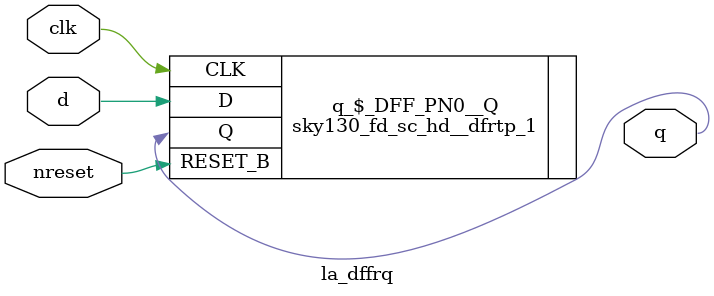
<source format=v>
/* Generated by Yosys 0.37 (git sha1 a5c7f69ed, clang 14.0.0-1ubuntu1.1 -fPIC -Os) */

module la_dffrq(d, clk, nreset, q);
  input clk;
  wire clk;
  input d;
  wire d;
  input nreset;
  wire nreset;
  output q;
  wire q;
  sky130_fd_sc_hd__dfrtp_1 \q_$_DFF_PN0__Q  (
    .CLK(clk),
    .D(d),
    .Q(q),
    .RESET_B(nreset)
  );
endmodule

</source>
